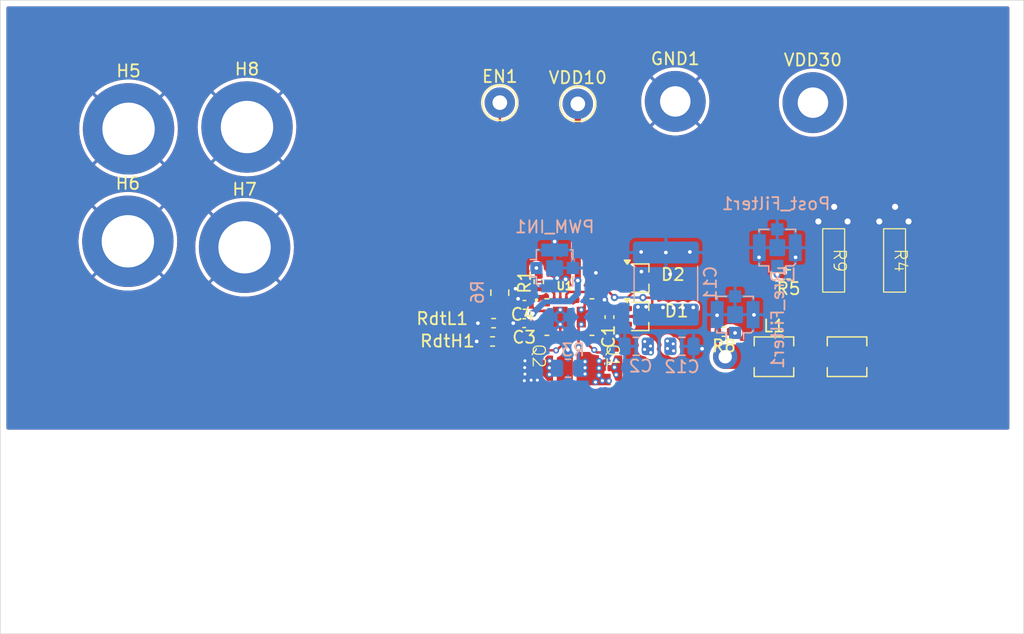
<source format=kicad_pcb>
(kicad_pcb (version 20240108) (generator "pcbnew") (generator_version "8.0")
  (layers (0 "F.Cu" signal) (1 "In1.Cu" power) (2 "In2.Cu" mixed) (31 "B.Cu" power) (34 "B.Paste" user) (35 "F.Paste" user) (36 "B.SilkS" user "B.Silkscreen") (37 "F.SilkS" user "F.Silkscreen") (38 "B.Mask" user) (39 "F.Mask" user) (44 "Edge.Cuts" user))
  (net 0 "")
  (net 1 "GND")
  (net 2 "/Q2D")
  (net 3 "Net-(L1-Pad2)")
  (net 4 "Net-(U1-DLH)")
  (net 5 "Net-(U1-DHL)")
  (net 6 "/BST1")
  (net 7 "/HS1")
  (net 8 "/HB1")
  (net 9 "/VDD30")
  (net 10 "/VCC1")
  (net 11 "/VDD10")
  (net 12 "/EN1")
  (net 13 "/PWM1")
  (net 14 "/LO1")
  (net 15 "/RL1")
  (net 16 "/Pre_Filter1")
  (net 17 "/HO1")
  (net 18 "Net-(U1-PWM{slash}LI)")
  (net 19 "/N1RL")
  (footprint "Resistor_SMD:R_0402_1005Metric" (layer "F.Cu") (at 142.7 38.5 180)
    (property "Reference" "R5" (at 0 -1.17 0) (layer "F.SilkS"))
    (property "Value" "47")
    (fp_line (start -0.153641 0.38) (end 0.153641 0.38) (stroke (width 0.12)) (layer "F.SilkS"))
    (fp_line (start -0.153641 -0.38) (end 0.153641 -0.38) (stroke (width 0.12)) (layer "F.SilkS"))
    (pad "1" smd roundrect (at -0.51 0 180) (size 0.54 0.64) (layers "F.Cu" "F.Paste" "F.Mask") (net 19 "/N1RL"))
    (pad "2" smd roundrect (at 0.51 0 180) (size 0.54 0.64) (layers "F.Cu" "F.Paste" "F.Mask") (net 15 "/RL1"))
  )
  (footprint "TestPoint:TestPoint_THTPad_D2.5mm_Drill1.2mm" (layer "F.Cu") (at 119 24.4)
    (property "Reference" "EN1" (at 0 -2.148 0) (layer "F.SilkS"))
    (property "Value" "MountingHole_Pad")
    (fp_circle (center 0 0) (end 0 1.45) (stroke (width 0.12)) (fill none) (layer "F.SilkS"))
    (pad "1" thru_hole circle (at 0 0) (size 2.5 2.5) (drill 1.2) (layers "*.Cu" "*.Mask") (net 12 "/EN1"))
  )
  (footprint "MountingHole:MountingHole_2.5mm_Pad_TopBottom" (layer "F.Cu") (at 133.4 24.3)
    (property "Reference" "GND1" (at 0 -3.5 0) (layer "F.SilkS"))
    (property "Value" "MountingHole_Pad")
    (pad "1" thru_hole circle (at 0 0) (size 2.9 2.9) (drill 2.5) (layers "*.Cu" "*.Mask") (net 1 "GND"))
    (pad "1" connect circle (at 0 0) (size 5 5) (layers "F.Cu" "F.Mask") (net 1 "GND"))
    (pad "1" connect circle (at 0 0) (size 5 5) (layers "B.Cu" "B.Mask") (net 1 "GND"))
  )
  (footprint "Package_TO_SOT_SMD:SOT-323_SC-70" (layer "F.Cu") (at 130.51 38.8)
    (property "Reference" "D2" (at 2.7 -0.29 0) (layer "F.SilkS"))
    (property "Value" "D_Schottky")
    (fp_line (start -0.68 -1.16) (end 0.73 -1.16) (stroke (width 0.12)) (layer "F.SilkS"))
    (fp_line (start -0.68 1.16) (end 0.73 1.16) (stroke (width 0.12)) (layer "F.SilkS"))
    (fp_line (start 0.73 -1.16) (end 0.73 -0.5) (stroke (width 0.12)) (layer "F.SilkS"))
    (fp_line (start 0.73 0.5) (end 0.73 1.16) (stroke (width 0.12)) (layer "F.SilkS"))
    (fp_poly (pts (xy -1.05 -1.14) (xy -1.29 -1.47) (xy -0.81 -1.47) (xy -1.05 -1.14)) (stroke (width 0.12)) (fill solid) (layer "F.SilkS"))
    (pad "1" smd roundrect (at -1 -0.65 270) (size 0.45 0.7) (layers "F.Cu" "F.Paste" "F.Mask") (net 8 "/HB1"))
    (pad "2" smd roundrect (at -1 0.65 270) (size 0.45 0.7) (layers "F.Cu" "F.Paste" "F.Mask"))
    (pad "3" smd roundrect (at 1 0 270) (size 0.45 0.7) (layers "F.Cu" "F.Paste" "F.Mask") (net 6 "/BST1"))
  )
  (footprint "Resistor_SMD:R_0402_1005Metric" (layer "F.Cu") (at 137.4 43.2 180)
    (property "Reference" "R8" (at 0 -1.17 0) (layer "F.SilkS"))
    (property "Value" "47")
    (fp_line (start -0.153641 0.38) (end 0.153641 0.38) (stroke (width 0.12)) (layer "F.SilkS"))
    (fp_line (start -0.153641 -0.38) (end 0.153641 -0.38) (stroke (width 0.12)) (layer "F.SilkS"))
    (pad "1" smd roundrect (at -0.51 0 180) (size 0.54 0.64) (layers "F.Cu" "F.Paste" "F.Mask") (net 16 "/Pre_Filter1"))
    (pad "2" smd roundrect (at 0.51 0 180) (size 0.54 0.64) (layers "F.Cu" "F.Paste" "F.Mask") (net 7 "/HS1"))
  )
  (footprint "MountingHole:MountingHole_4.3mm_M4_DIN965_Pad_TopBottom" (layer "F.Cu") (at 88.525 26.55)
    (property "Reference" "H5" (at 0 -4.75 0) (layer "F.SilkS"))
    (property "Value" "MountingHole_Pad")
    (pad "1" thru_hole circle (at 0 0) (size 4.7 4.7) (drill 4.3) (layers "*.Cu" "*.Mask") (net 1 "GND"))
    (pad "1" connect circle (at 0 0) (size 7.5 7.5) (layers "F.Cu" "F.Mask") (net 1 "GND"))
    (pad "1" connect circle (at 0 0) (size 7.5 7.5) (layers "B.Cu" "B.Mask") (net 1 "GND"))
  )
  (footprint "Resistor_SMD:R_0805_2012Metric" (layer "F.Cu") (at 119 40 -90)
    (property "Reference" "R6" (at -0.04 1.83 90) (layer "B.SilkS") (effects (justify mirror)))
    (property "Value" "0")
    (fp_line (start -0.227064 0.735) (end 0.227064 0.735) (stroke (width 0.12)) (layer "F.SilkS"))
    (fp_line (start -0.227064 -0.735) (end 0.227064 -0.735) (stroke (width 0.12)) (layer "F.SilkS"))
    (pad "1" smd roundrect (at -0.9125 0 270) (size 1.025 1.4) (layers "F.Cu" "F.Paste" "F.Mask") (roundrect_rratio 0.243902) (net 12 "/EN1"))
    (pad "2" smd roundrect (at 0.9125 0 270) (size 1.025 1.4) (layers "F.Cu" "F.Paste" "F.Mask") (roundrect_rratio 0.243902) (net 10 "/VCC1"))
  )
  (footprint "Resistor_SMD:R_0402_1005Metric" (layer "F.Cu") (at 118.4025 44)
    (property "Reference" "RdtH1" (at -3.7025 -0.03 0) (layer "F.SilkS"))
    (property "Value" "1.8M")
    (fp_line (start -0.153641 -0.38) (end 0.153641 -0.38) (stroke (width 0.12)) (layer "F.SilkS"))
    (fp_line (start -0.153641 0.38) (end 0.153641 0.38) (stroke (width 0.12)) (layer "F.SilkS"))
    (pad "1" smd roundrect (at -0.51 0) (size 0.54 0.64) (layers "F.Cu" "F.Paste" "F.Mask") (net 1 "GND"))
    (pad "2" smd roundrect (at 0.51 0) (size 0.54 0.64) (layers "F.Cu" "F.Paste" "F.Mask") (net 4 "Net-(U1-DLH)"))
  )
  (footprint "MyResistors:RWS5" (layer "F.Cu") (at 146.4 37.35 -90)
    (property "Reference" "R9" (at 0 -0.5 -90) (layer "F.SilkS") (effects (font (thickness 0.1))))
    (property "Value" "470")
    (fp_rect (start -2.6 -0.9) (end 2.6 0.9) (stroke (width 0.1)) (fill none) (layer "F.SilkS"))
    (pad "1" smd roundrect (at -3.24 0 270) (size 1.98 2.16) (layers "F.Cu" "F.Mask") (roundrect_rratio 0.0404040404) (net 1 "GND"))
    (pad "2" smd roundrect (at 3.24 0 270) (size 1.98 2.16) (layers "F.Cu" "F.Mask") (roundrect_rratio 0.0404040404) (net 19 "/N1RL"))
  )
  (footprint "Inductor_SMD:L_Vishay_IHLP-1212" (layer "F.Cu") (at 141.5 45.255)
    (property "Reference" "L1" (at 0 -2.524 0) (layer "F.SilkS"))
    (property "Value" "L")
    (fp_line (start -1.624 -1.624) (end 1.624 -1.624) (stroke (width 0.12)) (layer "F.SilkS"))
    (fp_line (start -1.624 -0.9) (end -1.624 -1.624) (stroke (width 0.12)) (layer "F.SilkS"))
    (fp_line (start -1.624 0.9) (end -1.624 1.624) (stroke (width 0.12)) (layer "F.SilkS"))
    (fp_line (start -1.624 1.624) (end 1.624 1.624) (stroke (width 0.12)) (layer "F.SilkS"))
    (fp_line (start 1.624 -1.624) (end 1.624 -0.9) (stroke (width 0.12)) (layer "F.SilkS"))
    (fp_line (start 1.624 1.624) (end 1.624 0.9) (stroke (width 0.12)) (layer "F.SilkS"))
    (pad "1" smd rect (at -1.35 0) (size 1.5 1.2) (layers "F.Cu" "F.Paste" "F.Mask") (net 7 "/HS1"))
    (pad "2" smd rect (at 1.35 0) (size 1.5 1.2) (layers "F.Cu" "F.Paste" "F.Mask") (net 3 "Net-(L1-Pad2)"))
  )
  (footprint "MyResistors:EPC8009" (layer "F.Cu") (at 127.77 45.19 -90)
    (property "Reference" "Q1" (at 0 -0.5 -90) (layer "F.SilkS") (effects (font (thickness 0.1))))
    (property "Value" "Q_NMOS_GSD")
    (pad "1" smd oval (at 0 0 270) (size 0.265 0.645) (layers "F.Cu" "F.Mask") (net 17 "/HO1"))
    (pad "2" smd oval (at 0.4 0 270) (size 0.265 0.645) (layers "F.Cu" "F.Mask") (net 7 "/HS1"))
    (pad "3" smd oval (at 1 0.19) (size 0.255 0.52) (layers "F.Cu" "F.Mask") (net 7 "/HS1"))
    (pad "4" smd oval (at 1 -0.19) (size 0.255 0.52) (layers "F.Cu" "F.Mask") (net 9 "/VDD30"))
    (pad "5" smd oval (at 1.6 0.19 270) (size 0.265 0.265) (layers "F.Cu" "F.Mask") (net 7 "/HS1"))
    (pad "6" smd oval (at 1.6 -0.19 270) (size 0.265 0.265) (layers "F.Cu" "F.Mask") (net 7 "/HS1"))
  )
  (footprint "Inductor_SMD:L_Vishay_IHLP-1212" (layer "F.Cu") (at 147.5 45.255)
    (property "Reference" "L5" (at -5.025 -6.724 0) (layer "B.SilkS") (effects (justify mirror)))
    (property "Value" "L")
    (fp_line (start -1.624 -1.624) (end 1.624 -1.624) (stroke (width 0.12)) (layer "F.SilkS"))
    (fp_line (start -1.624 -0.9) (end -1.624 -1.624) (stroke (width 0.12)) (layer "F.SilkS"))
    (fp_line (start -1.624 0.9) (end -1.624 1.624) (stroke (width 0.12)) (layer "F.SilkS"))
    (fp_line (start -1.624 1.624) (end 1.624 1.624) (stroke (width 0.12)) (layer "F.SilkS"))
    (fp_line (start 1.624 -1.624) (end 1.624 -0.9) (stroke (width 0.12)) (layer "F.SilkS"))
    (fp_line (start 1.624 1.624) (end 1.624 0.9) (stroke (width 0.12)) (layer "F.SilkS"))
    (pad "1" smd rect (at -1.35 0) (size 1.5 1.2) (layers "F.Cu" "F.Paste" "F.Mask") (net 3 "Net-(L1-Pad2)"))
    (pad "2" smd rect (at 1.35 0) (size 1.5 1.2) (layers "F.Cu" "F.Paste" "F.Mask") (net 19 "/N1RL"))
  )
  (footprint "MyResistors:RWS5" (layer "F.Cu") (at 151.4 37.35 -90)
    (property "Reference" "R4" (at 0 -0.5 -90) (layer "F.SilkS") (effects (font (thickness 0.1))))
    (property "Value" "470")
    (fp_rect (start -2.6 -0.9) (end 2.6 0.9) (stroke (width 0.1)) (fill none) (layer "F.SilkS"))
    (pad "1" smd roundrect (at -3.24 0 270) (size 1.98 2.16) (layers "F.Cu" "F.Mask") (roundrect_rratio 0.0404040404) (net 1 "GND"))
    (pad "2" smd roundrect (at 3.24 0 270) (size 1.98 2.16) (layers "F.Cu" "F.Mask") (roundrect_rratio 0.0404040404) (net 19 "/N1RL"))
  )
  (footprint "Capacitor_SMD:C_0402_1005Metric" (layer "F.Cu") (at 121 42.5 180)
    (property "Reference" "C3" (at 0 -1.16 180) (layer "F.SilkS"))
    (property "Value" "4.7u")
    (fp_line (start -0.107836 0.36) (end 0.107836 0.36) (stroke (width 0.12)) (layer "F.SilkS"))
    (fp_line (start -0.107836 -0.36) (end 0.107836 -0.36) (stroke (width 0.12)) (layer "F.SilkS"))
    (pad "1" smd roundrect (at -0.48 0 180) (size 0.56 0.62) (layers "F.Cu" "F.Paste" "F.Mask") (net 10 "/VCC1"))
    (pad "2" smd roundrect (at 0.48 0 180) (size 0.56 0.62) (layers "F.Cu" "F.Paste" "F.Mask") (net 1 "GND"))
  )
  (footprint "MountingHole:MountingHole_2.5mm_Pad_TopBottom" (layer "F.Cu") (at 144.7 24.4)
    (property "Reference" "VDD30" (at 0 -3.5 0) (layer "F.SilkS"))
    (property "Value" "MountingHole_Pad")
    (pad "1" thru_hole circle (at 0 0) (size 2.9 2.9) (drill 2.5) (layers "*.Cu" "*.Mask") (net 9 "/VDD30"))
    (pad "1" connect circle (at 0 0) (size 5 5) (layers "F.Cu" "F.Mask") (net 9 "/VDD30"))
    (pad "1" connect circle (at 0 0) (size 5 5) (layers "B.Cu" "B.Mask") (net 9 "/VDD30"))
  )
  (footprint "Capacitor_SMD:C_0402_1005Metric" (layer "F.Cu") (at 128 42 90)
    (property "Reference" "C1" (at -1.6 -0.08 90) (layer "F.SilkS"))
    (property "Value" "1u")
    (fp_line (start -0.107836 -0.36) (end 0.107836 -0.36) (stroke (width 0.12)) (layer "F.SilkS"))
    (fp_line (start -0.107836 0.36) (end 0.107836 0.36) (stroke (width 0.12)) (layer "F.SilkS"))
    (pad "1" smd roundrect (at -0.48 0 90) (size 0.56 0.62) (layers "F.Cu" "F.Paste" "F.Mask") (net 8 "/HB1"))
    (pad "2" smd roundrect (at 0.48 0 90) (size 0.56 0.62) (layers "F.Cu" "F.Paste" "F.Mask") (net 7 "/HS1"))
  )
  (footprint "MountingHole:MountingHole_4.3mm_M4_DIN965_Pad_TopBottom" (layer "F.Cu") (at 88.47 35.78)
    (property "Reference" "H6" (at 0 -4.75 0) (layer "F.SilkS"))
    (property "Value" "MountingHole_Pad")
    (pad "1" thru_hole circle (at 0 0) (size 4.7 4.7) (drill 4.3) (layers "*.Cu" "*.Mask") (net 1 "GND"))
    (pad "1" connect circle (at 0 0) (size 7.5 7.5) (layers "F.Cu" "F.Mask") (net 1 "GND"))
    (pad "1" connect circle (at 0 0) (size 7.5 7.5) (layers "B.Cu" "B.Mask") (net 1 "GND"))
  )
  (footprint "MountingHole:MountingHole_4.3mm_M4_DIN965_Pad_TopBottom" (layer "F.Cu") (at 98.25 26.4)
    (property "Reference" "H8" (at 0 -4.75 0) (layer "F.SilkS"))
    (property "Value" "MountingHole_Pad")
    (pad "1" thru_hole circle (at 0 0) (size 4.7 4.7) (drill 4.3) (layers "*.Cu" "*.Mask") (net 1 "GND"))
    (pad "1" connect circle (at 0 0) (size 7.5 7.5) (layers "F.Cu" "F.Mask") (net 1 "GND"))
    (pad "1" connect circle (at 0 0) (size 7.5 7.5) (layers "B.Cu" "B.Mask") (net 1 "GND"))
  )
  (footprint "Resistor_SMD:R_0402_1005Metric" (layer "F.Cu") (at 118.49 42.5)
    (property "Reference" "RdtL1" (at -4.22 -0.37 0) (layer "F.SilkS"))
    (property "Value" "1.8M")
    (fp_line (start -0.153641 -0.38) (end 0.153641 -0.38) (stroke (width 0.12)) (layer "F.SilkS"))
    (fp_line (start -0.153641 0.38) (end 0.153641 0.38) (stroke (width 0.12)) (layer "F.SilkS"))
    (pad "1" smd roundrect (at -0.51 0) (size 0.54 0.64) (layers "F.Cu" "F.Paste" "F.Mask") (net 1 "GND"))
    (pad "2" smd roundrect (at 0.51 0) (size 0.54 0.64) (layers "F.Cu" "F.Paste" "F.Mask") (net 5 "Net-(U1-DHL)"))
  )
  (footprint "MyResistors:EPC8009" (layer "F.Cu") (at 121.7 45.19 -90)
    (property "Reference" "Q2" (at 0 -0.5 -90) (layer "F.SilkS") (effects (font (thickness 0.1))))
    (property "Value" "Q_NMOS_GSD")
    (pad "1" smd oval (at 0 0 270) (size 0.265 0.645) (layers "F.Cu" "F.Mask") (net 14 "/LO1"))
    (pad "2" smd oval (at 0.4 0 270) (size 0.265 0.645) (layers "F.Cu" "F.Mask") (net 1 "GND"))
    (pad "3" smd oval (at 1 0.19) (size 0.255 0.52) (layers "F.Cu" "F.Mask") (net 1 "GND"))
    (pad "4" smd oval (at 1 -0.19) (size 0.255 0.52) (layers "F.Cu" "F.Mask") (net 2 "/Q2D"))
    (pad "5" smd oval (at 1.6 0.19 270) (size 0.265 0.265) (layers "F.Cu" "F.Mask") (net 1 "GND"))
    (pad "6" smd oval (at 1.6 -0.19 270) (size 0.265 0.265) (layers "F.Cu" "F.Mask") (net 1 "GND"))
  )
  (footprint "Capacitor_SMD:C_0402_1005Metric" (layer "F.Cu") (at 121.02 41)
    (property "Reference" "C4" (at -0.15 0.78 0) (layer "F.SilkS"))
    (property "Value" "1u")
    (fp_line (start -0.107836 -0.36) (end 0.107836 -0.36) (stroke (width 0.12)) (layer "F.SilkS"))
    (fp_line (start -0.107836 0.36) (end 0.107836 0.36) (stroke (width 0.12)) (layer "F.SilkS"))
    (pad "1" smd roundrect (at -0.48 0) (size 0.56 0.62) (layers "F.Cu" "F.Paste" "F.Mask") (net 1 "GND"))
    (pad "2" smd roundrect (at 0.48 0) (size 0.56 0.62) (layers "F.Cu" "F.Paste" "F.Mask") (net 11 "/VDD10"))
  )
  (footprint "Resistor_SMD:R_0402_1005Metric" (layer "F.Cu") (at 122.2 39.1 90)
    (property "Reference" "R1" (at 0 -1.17 90) (layer "F.SilkS"))
    (property "Value" "47")
    (fp_line (start -0.153641 -0.38) (end 0.153641 -0.38) (stroke (width 0.12)) (layer "F.SilkS"))
    (fp_line (start -0.153641 0.38) (end 0.153641 0.38) (stroke (width 0.12)) (layer "F.SilkS"))
    (pad "1" smd roundrect (at -0.51 0 90) (size 0.54 0.64) (layers "F.Cu" "F.Paste" "F.Mask") (net 18 "Net-(U1-PWM{slash}LI)"))
    (pad "2" smd roundrect (at 0.51 0 90) (size 0.54 0.64) (layers "F.Cu" "F.Paste" "F.Mask") (net 13 "/PWM1"))
  )
  (footprint "Drivers:IC_LMG1210RVRR" (layer "F.Cu") (at 124.7125 42)
    (property "Reference" "U1" (at -0.4025 -2.55 0) (layer "F.SilkS") (effects (font (size 0.64 0.64))))
    (property "Value" "LMG1210RVRR")
    (fp_line (start -2 1.5) (end -1.7 1.5) (stroke (width 0.127)) (layer "F.SilkS"))
    (fp_line (start -1.7 -1.5) (end -2 -1.5) (stroke (width 0.127)) (layer "F.SilkS"))
    (fp_line (start 1.7 1.5) (end 2 1.5) (stroke (width 0.127)) (layer "F.SilkS"))
    (fp_line (start 2 -1.5) (end 1.7 -1.5) (stroke (width 0.127)) (layer "F.SilkS"))
    (fp_circle (center -2.7 -1.4) (end -2.625 -1.4) (stroke (width 0.15)) (fill none) (layer "F.SilkS"))
    (pad "1" smd roundrect (at -1.9 -1) (size 0.6 0.25) (layers "F.Cu"))
    (pad "2" smd roundrect (at -1.9 -0.5) (size 0.6 0.25) (layers "F.Cu") (net 11 "/VDD10"))
    (pad "3" smd roundrect (at -1.9 0) (size 0.6 0.25) (layers "F.Cu") (net 1 "GND"))
    (pad "4" smd roundrect (at -1.9 0.5) (size 0.6 0.25) (layers "F.Cu") (net 10 "/VCC1"))
    (pad "5" smd roundrect (at -1.9 1) (size 0.6 0.25) (layers "F.Cu") (net 5 "Net-(U1-DHL)"))
    (pad "6" smd roundrect (at -1.25 1.4) (size 0.25 0.6) (layers "F.Cu") (net 4 "Net-(U1-DLH)"))
    (pad "7" smd roundrect (at -0.75 1.4) (size 0.25 0.6) (layers "F.Cu") (net 1 "GND"))
    (pad "8" smd roundrect (at -0.25 1.4) (size 0.25 0.6) (layers "F.Cu") (net 14 "/LO1"))
    (pad "9" smd roundrect (at 0.75 1.4) (size 0.25 0.6) (layers "F.Cu") (net 7 "/HS1"))
    (pad "10" smd roundrect (at 1.25 1.4) (size 0.25 0.6) (layers "F.Cu") (net 17 "/HO1"))
    (pad "11" smd roundrect (at 1.9 1) (size 0.6 0.25) (layers "F.Cu"))
    (pad "12" smd roundrect (at 1.9 0.5) (size 0.6 0.25) (layers "F.Cu") (net 8 "/HB1"))
    (pad "13" smd roundrect (at 1.9 0) (size 0.6 0.25) (layers "F.Cu") (net 7 "/HS1"))
    (pad "14" smd roundrect (at 1.9 -0.5) (size 0.6 0.25) (layers "F.Cu") (net 7 "/HS1"))
    (pad "15" smd roundrect (at 1.9 -1) (size 0.6 0.25) (layers "F.Cu"))
    (pad "16" smd roundrect (at 1.25 -1.4) (size 0.25 0.6) (layers "F.Cu") (net 7 "/HS1"))
    (pad "17" smd roundrect (at -0.25 -1.4) (size 0.25 0.6) (layers "F.Cu") (net 6 "/BST1"))
    (pad "18" smd roundrect (at -0.75 -1.4) (size 0.25 0.6) (layers "F.Cu") (net 12 "/EN1"))
    (pad "19" smd roundrect (at -1.25 -1.4) (size 0.25 0.6) (layers "F.Cu") (net 18 "Net-(U1-PWM{slash}LI)"))
    (pad "20" smd roundrect (at -0.75 0) (size 1.2 1.7) (layers "F.Cu") (roundrect_rratio 0.025) (net 1 "GND"))
    (pad "20_1" thru_hole circle (at -0.75 -0.6) (size 0.5 0.5) (drill 0.25) (layers "*.Cu") (net 1 "GND"))
    (pad "20_2" thru_hole circle (at -0.75 0.6) (size 0.5 0.5) (drill 0.25) (layers "*.Cu") (net 1 "GND"))
    (pad "21" smd roundrect (at 0.975 0) (size 0.75 1.7) (layers "F.Cu") (roundrect_rratio 0.025) (net 7 "/HS1"))
    (pad "21_1" thru_hole circle (at 0.975 -0.6) (size 0.5 0.5) (drill 0.25) (layers "*.Cu") (net 7 "/HS1"))
    (pad "21_2" thru_hole circle (at 0.975 0.6) (size 0.5 0.5) (drill 0.25) (layers "*.Cu") (net 7 "/HS1"))
  )
  (footprint "Package_TO_SOT_SMD:SOT-323_SC-70" (layer "F.Cu") (at 130.5 41.95)
    (property "Reference" "D1" (at 3.01 -0.44 0) (layer "F.SilkS"))
    (property "Value" "D_Schottky")
    (fp_line (start -0.68 -1.16) (end 0.73 -1.16) (stroke (width 0.12)) (layer "F.SilkS"))
    (fp_line (start -0.68 1.16) (end 0.73 1.16) (stroke (width 0.12)) (layer "F.SilkS"))
    (fp_line (start 0.73 -1.16) (end 0.73 -0.5) (stroke (width 0.12)) (layer "F.SilkS"))
    (fp_line (start 0.73 0.5) (end 0.73 1.16) (stroke (width 0.12)) (layer "F.SilkS"))
    (fp_poly (pts (xy -1.05 -1.14) (xy -1.29 -1.47) (xy -0.81 -1.47) (xy -1.05 -1.14)) (stroke (width 0.12)) (fill solid) (layer "F.SilkS"))
    (pad "1" smd roundrect (at -1 -0.65 270) (size 0.45 0.7) (layers "F.Cu" "F.Paste" "F.Mask") (net 8 "/HB1"))
    (pad "2" smd roundrect (at -1 0.65 270) (size 0.45 0.7) (layers "F.Cu" "F.Paste" "F.Mask"))
    (pad "3" smd roundrect (at 1 0 270) (size 0.45 0.7) (layers "F.Cu" "F.Paste" "F.Mask") (net 6 "/BST1"))
  )
  (footprint "MountingHole:MountingHole_4.3mm_M4_DIN965_Pad_TopBottom" (layer "F.Cu") (at 98.05 36.27)
    (property "Reference" "H7" (at 0 -4.75 0) (layer "F.SilkS"))
    (property "Value" "MountingHole_Pad")
    (pad "1" thru_hole circle (at 0 0) (size 4.7 4.7) (drill 4.3) (layers "*.Cu" "*.Mask") (net 1 "GND"))
    (pad "1" connect circle (at 0 0) (size 7.5 7.5) (layers "F.Cu" "F.Mask") (net 1 "GND"))
    (pad "1" connect circle (at 0 0) (size 7.5 7.5) (layers "B.Cu" "B.Mask") (net 1 "GND"))
  )
  (footprint "TestPoint:TestPoint_THTPad_D2.5mm_Drill1.2mm" (layer "F.Cu") (at 125.4 24.5)
    (property "Reference" "VDD10" (at 0 -2.148 0) (layer "F.SilkS"))
    (property "Value" "MountingHole_Pad")
    (fp_circle (center 0 0) (end 0 1.45) (stroke (width 0.12)) (fill none) (layer "F.SilkS"))
    (pad "1" thru_hole circle (at 0 0) (size 2.5 2.5) (drill 1.2) (layers "*.Cu" "*.Mask") (net 11 "/VDD10"))
  )
  (footprint "Connector_Coaxial:U.FL_Molex_MCRF_73412-0110_Vertical" (layer "B.Cu") (at 123.5 37.975 90)
    (property "Reference" "PWM_IN1" (at 3.375 0 180) (layer "B.SilkS") (effects (justify mirror)))
    (property "Value" "Conn_Coaxial")
    (fp_line (start 0.7 -2) (end 0.7 -1.5) (stroke (width 0.12)) (layer "B.SilkS"))
    (fp_line (start -0.7 -2) (end -0.7 -1.5) (stroke (width 0.12)) (layer "B.SilkS"))
    (fp_line (start 1.5 -1.5) (end 1.5 -1.3) (stroke (width 0.12)) (layer "B.SilkS"))
    (fp_line (start 0.7 -1.5) (end 1.5 -1.5) (stroke (width 0.12)) (layer "B.SilkS"))
    (fp_line (start -1.3 -1.5) (end -0.7 -1.5) (stroke (width 0.12)) (layer "B.SilkS"))
    (fp_line (start -1.5 -1.3) (end -1.3 -1.5) (stroke (width 0.12)) (layer "B.SilkS"))
    (fp_line (start 1.5 1.3) (end 1.5 1.5) (stroke (width 0.12)) (layer "B.SilkS"))
    (fp_line (start 1.5 1.5) (end 0.7 1.5) (stroke (width 0.12)) (layer "B.SilkS"))
    (fp_line (start -0.7 1.5) (end -1.5 1.5) (stroke (width 0.12)) (layer "B.SilkS"))
    (fp_line (start -1.5 1.5) (end -1.5 1.3) (stroke (width 0.12)) (layer "B.SilkS"))
    (pad "1" smd rect (at 0 -1.5 90) (size 1 1) (layers "B.Cu" "B.Paste" "B.Mask") (net 13 "/PWM1"))
    (pad "2" smd rect (at -1.475 0 90) (size 1.05 2.2) (layers "B.Cu" "B.Paste" "B.Mask") (net 1 "GND"))
    (pad "2" smd rect (at 0 1.5 90) (size 1 1) (layers "B.Cu" "B.Paste" "B.Mask") (net 1 "GND"))
    (pad "2" smd rect (at 1.475 0 90) (size 1.05 2.2) (layers "B.Cu" "B.Paste" "B.Mask") (net 1 "GND"))
  )
  (footprint "Connector_Coaxial:U.FL_Molex_MCRF_73412-0110_Vertical" (layer "B.Cu") (at 141.775 36.3 180)
    (property "Reference" "Post_Filter1" (at 0.1 3.6 0) (layer "B.SilkS") (effects (justify mirror)))
    (property "Value" "Conn_Coaxial")
    (fp_line (start 1.5 1.5) (end 0.7 1.5) (stroke (width 0.12)) (layer "B.SilkS"))
    (fp_line (start 1.5 1.3) (end 1.5 1.5) (stroke (width 0.12)) (layer "B.SilkS"))
    (fp_line (start 1.5 -1.5) (end 1.5 -1.3) (stroke (width 0.12)) (layer "B.SilkS"))
    (fp_line (start 0.7 -1.5) (end 1.5 -1.5) (stroke (width 0.12)) (layer "B.SilkS"))
    (fp_line (start 0.7 -2) (end 0.7 -1.5) (stroke (width 0.12)) (layer "B.SilkS"))
    (fp_line (start -0.7 1.5) (end -1.5 1.5) (stroke (width 0.12)) (layer "B.SilkS"))
    (fp_line (start -0.7 -2) (end -0.7 -1.5) (stroke (width 0.12)) (layer "B.SilkS"))
    (fp_line (start -1.3 -1.5) (end -0.7 -1.5) (stroke (width 0.12)) (layer "B.SilkS"))
    (fp_line (start -1.5 1.5) (end -1.5 1.3) (stroke (width 0.12)) (layer "B.SilkS"))
    (fp_line (start -1.5 -1.3) (end -1.3 -1.5) (stroke (width 0.12)) (layer "B.SilkS"))
    (pad "1" smd rect (at 0 -1.5 180) (size 1 1) (layers "B.Cu" "B.Paste" "B.Mask") (net 15 "/RL1"))
    (pad "2" smd rect (at -1.475 0 180) (size 1.05 2.2) (layers "B.Cu" "B.Paste" "B.Mask") (net 1 "GND"))
    (pad "2" smd rect (at 0 1.5 180) (size 1 1) (layers "B.Cu" "B.Paste" "B.Mask") (net 1 "GND"))
    (pad "2" smd rect (at 1.475 0 180) (size 1.05 2.2) (layers "B.Cu" "B.Paste" "B.Mask") (net 1 "GND"))
  )
  (footprint "Capacitor_SMD:C_0805_2012Metric" (layer "B.Cu") (at 130.2 44.4 180)
    (property "Reference" "C2" (at -0.358 -1.622 0) (layer "B.SilkS") (effects (justify mirror)))
    (property "Value" "1u")
    (fp_line (start 0.261252 0.735) (end -0.261252 0.735) (stroke (width 0.12)) (layer "B.SilkS"))
    (fp_line (start 0.261252 -0.735) (end -0.261252 -0.735) (stroke (width 0.12)) (layer "B.SilkS"))
    (pad "1" smd roundrect (at -0.95 0 180) (size 1 1.45) (layers "B.Cu" "B.Paste" "B.Mask") (net 9 "/VDD30"))
    (pad "2" smd roundrect (at 0.95 0 180) (size 1 1.45) (layers "B.Cu" "B.Paste" "B.Mask") (net 1 "GND"))
  )
  (footprint "Resistor_SMD:R_0805_2012Metric" (layer "B.Cu") (at 124.6 46.2)
    (property "Reference" "R3" (at 0.4125 -1.5 0) (layer "B.SilkS") (effects (justify mirror)))
    (property "Value" "0")
    (fp_line (start 0.227064 -0.735) (end -0.227064 -0.735) (stroke (width 0.12)) (layer "B.SilkS"))
    (fp_line (start 0.227064 0.735) (end -0.227064 0.735) (stroke (width 0.12)) (layer "B.SilkS"))
    (pad "1" smd roundrect (at -0.9125 0) (size 1.025 1.4) (layers "B.Cu" "B.Paste" "B.Mask") (roundrect_rratio 0.243902) (net 2 "/Q2D"))
    (pad "2" smd roundrect (at 0.9125 0) (size 1.025 1.4) (layers "B.Cu" "B.Paste" "B.Mask") (roundrect_rratio 0.243902) (net 7 "/HS1"))
  )
  (footprint "Capacitor_SMD:C_2220_5750Metric" (layer "B.Cu") (at 132.63 39.25 90)
    (property "Reference" "C11" (at 0 3.65 90) (layer "B.SilkS") (effects (justify mirror)))
    (property "Value" "22u")
    (fp_line (start 1.415748 -2.61) (end -1.415748 -2.61) (stroke (width 0.12)) (layer "B.SilkS"))
    (fp_line (start 1.415748 2.61) (end -1.415748 2.61) (stroke (width 0.12)) (layer "B.SilkS"))
    (pad "1" smd roundrect (at -2.55 0 90) (size 1.8 5.4) (layers "B.Cu" "B.Paste" "B.Mask") (roundrect_rratio 0.138889) (net 9 "/VDD30"))
    (pad "2" smd roundrect (at 2.55 0 90) (size 1.8 5.4) (layers "B.Cu" "B.Paste" "B.Mask") (roundrect_rratio 0.138889) (net 1 "GND"))
  )
  (footprint "Connector_Coaxial:U.FL_Molex_MCRF_73412-0110_Vertical" (layer "B.Cu") (at 138.31 41.8 180)
    (property "Reference" "Pre_Filter1" (at -3.5 -0.4 90) (layer "B.SilkS") (effects (justify mirror)))
    (property "Value" "Conn_Coaxial")
    (fp_line (start 1.5 1.5) (end 0.7 1.5) (stroke (width 0.12)) (layer "B.SilkS"))
    (fp_line (start 1.5 1.3) (end 1.5 1.5) (stroke (width 0.12)) (layer "B.SilkS"))
    (fp_line (start 1.5 -1.5) (end 1.5 -1.3) (stroke (width 0.12)) (layer "B.SilkS"))
    (fp_line (start 0.7 -1.5) (end 1.5 -1.5) (stroke (width 0.12)) (layer "B.SilkS"))
    (fp_line (start 0.7 -2) (end 0.7 -1.5) (stroke (width 0.12)) (layer "B.SilkS"))
    (fp_line (start -0.7 1.5) (end -1.5 1.5) (stroke (width 0.12)) (layer "B.SilkS"))
    (fp_line (start -0.7 -2) (end -0.7 -1.5) (stroke (width 0.12)) (layer "B.SilkS"))
    (fp_line (start -1.3 -1.5) (end -0.7 -1.5) (stroke (width 0.12)) (layer "B.SilkS"))
    (fp_line (start -1.5 1.5) (end -1.5 1.3) (stroke (width 0.12)) (layer "B.SilkS"))
    (fp_line (start -1.5 -1.3) (end -1.3 -1.5) (stroke (width 0.12)) (layer "B.SilkS"))
    (pad "1" smd rect (at 0 -1.5 180) (size 1 1) (layers "B.Cu" "B.Paste" "B.Mask") (net 16 "/Pre_Filter1"))
    (pad "2" smd rect (at -1.475 0 180) (size 1.05 2.2) (layers "B.Cu" "B.Paste" "B.Mask") (net 1 "GND"))
    (pad "2" smd rect (at 0 1.5 180) (size 1 1) (layers "B.Cu" "B.Paste" "B.Mask") (net 1 "GND"))
    (pad "2" smd rect (at 1.475 0 180) (size 1.05 2.2) (layers "B.Cu" "B.Paste" "B.Mask") (net 1 "GND"))
  )
  (footprint "Capacitor_SMD:C_0805_2012Metric" (layer "B.Cu") (at 133.95 44.4)
    (property "Reference" "C12" (at 0 1.68 0) (layer "B.SilkS") (effects (justify mirror)))
    (property "Value" "10n")
    (fp_line (start 0.261252 -0.735) (end -0.261252 -0.735) (stroke (width 0.12)) (layer "B.SilkS"))
    (fp_line (start 0.261252 0.735) (end -0.261252 0.735) (stroke (width 0.12)) (layer "B.SilkS"))
    (pad "1" smd roundrect (at -0.95 0) (size 1 1.45) (layers "B.Cu" "B.Paste" "B.Mask") (net 9 "/VDD30"))
    (pad "2" smd roundrect (at 0.95 0) (size 1 1.45) (layers "B.Cu" "B.Paste" "B.Mask") (net 1 "GND"))
  )
  (gr_rect (start 78 16) (end 162 68) (stroke (width 0.05)) (fill none) (layer "Edge.Cuts"))
  (segment (start 120.54 40.54) (end 120.5 40.5) (width 0.2) (layer "F.Cu") (net 1))
  (segment (start 143.25 37.1) (end 143.275 37.1) (width 0.2) (layer "F.Cu") (net 1))
  (segment (start 120.1 42.5) (end 120.52 42.5) (width 0.2) (layer "F.Cu") (net 1))
  (segment (start 120.54 41) (end 120.54 40.54) (width 0.2) (layer "F.Cu") (net 1))
  (segment (start 123.9625 43.4) (end 123.9625 42.6) (width 0.2) (layer "F.Cu") (net 1))
  (segment (start 140.3 37.1) (end 140.275 37.1) (width 0.2) (layer "F.Cu") (net 1))
  (segment (start 122.8125 42) (end 123.9625 42) (width 0.2) (layer "F.Cu") (net 1))
  (segment (start 117.98 42.5) (end 117.2 42.5) (width 0.2) (layer "F.Cu") (net 1))
  (segment (start 117.8925 44) (end 117.1 44) (width 0.2) (layer "F.Cu") (net 1))
  (via (at 140.275 37.1) (size 0.6) (drill 0.3) (layers "F.Cu" "B.Cu") (net 1))
  (via (at 132.63 36.7) (size 0.6) (drill 0.3) (layers "F.Cu" "B.Cu") (net 1))
  (via (at 121.06 45.59) (size 0.5) (drill 0.25) (layers "F.Cu" "B.Cu") (net 1))
  (via (at 121.06 46.68) (size 0.5) (drill 0.25) (layers "F.Cu" "B.Cu") (net 1))
  (via (at 120.5 40.5) (size 0.6) (drill 0.3) (layers "F.Cu" "B.Cu") (net 1))
  (via (at 126.882804 38.372438) (size 0.6) (drill 0.3) (layers "F.Cu" "B.Cu") (net 1))
  (via (at 143.275 37.1) (size 0.6) (drill 0.3) (layers "F.Cu" "B.Cu") (net 1))
  (via (at 130.62 38.27) (size 0.6) (drill 0.3) (layers "F.Cu" "B.Cu") (net 1))
  (via (at 123.7 38.8) (size 0.6) (drill 0.3) (layers "F.Cu" "B.Cu") (net 1))
  (via (at 121.01 47.22) (size 0.5) (drill 0.25) (layers "F.Cu" "B.Cu") (net 1))
  (via (at 146.445 32.95) (size 1) (drill 0.5) (layers "F.Cu" "B.Cu") (net 1))
  (via (at 132.97 38.49) (size 0.6) (drill 0.3) (layers "F.Cu" "B.Cu") (net 1))
  (via (at 117.2 42.5) (size 0.6) (drill 0.3) (layers "F.Cu" "B.Cu") (net 1))
  (via (at 139.86 41.82) (size 0.6) (drill 0.3) (layers "F.Cu" "B.Cu") (net 1))
  (via (at 121.04 46.15) (size 0.5) (drill 0.25) (layers "F.Cu" "B.Cu") (net 1))
  (via (at 147.545 34.15) (size 1) (drill 0.5) (layers "F.Cu" "B.Cu") (net 1))
  (via (at 123.5 35.8) (size 0.6) (drill 0.3) (layers "F.Cu" "B.Cu") (net 1))
  (via (at 121.57 47.18) (size 0.5) (drill 0.25) (layers "F.Cu" "B.Cu") (net 1))
  (via (at 120.29 39.67) (size 0.6) (drill 0.3) (layers "F.Cu" "B.Cu") (net 1))
  (via (at 122.08 47.18) (size 0.5) (drill 0.25) (layers "F.Cu" "B.Cu") (net 1))
  (via (at 145.145 34.15) (size 1) (drill 0.5) (layers "F.Cu" "B.Cu") (net 1))
  (via (at 127.59 40.58) (size 0.6) (drill 0.3) (layers "F.Cu" "B.Cu") (net 1))
  (via (at 117.1 44) (size 0.6) (drill 0.3) (layers "F.Cu" "B.Cu") (net 1))
  (via (at 150.145 34.15) (size 1) (drill 0.5) (layers "F.Cu" "B.Cu") (net 1))
  (via (at 152.545 34.15) (size 1) (drill 0.5) (layers "F.Cu" "B.Cu") (net 1))
  (via (at 120.1 42.5) (size 0.6) (drill 0.3) (layers "F.Cu" "B.Cu") (net 1))
  (via (at 135.6 44.6) (size 0.6) (drill 0.3) (layers "F.Cu" "B.Cu") (net 1))
  (via (at 124.4 38.9) (size 0.6) (drill 0.3) (layers "F.Cu" "B.Cu") (net 1))
  (via (at 124.59 44.69) (size 0.6) (drill 0.3) (layers "F.Cu" "B.Cu") (net 1))
  (via (at 134.6 36.655) (size 0.6) (drill 0.3) (layers "F.Cu" "B.Cu") (net 1))
  (via (at 130.6 36.655) (size 0.6) (drill 0.3) (layers "F.Cu" "B.Cu") (net 1))
  (via (at 151.445 32.95) (size 1) (drill 0.5) (layers "F.Cu" "B.Cu") (net 1))
  (via (at 128.63 43.57) (size 0.6) (drill 0.3) (layers "F.Cu" "B.Cu") (net 1))
  (via (at 136.83 41.85) (size 0.6) (drill 0.3) (layers "F.Cu" "B.Cu") (net 1))
  (segment (start 139.785 41.8) (end 139.84 41.8) (width 0.2) (layer "B.Cu") (net 1))
  (segment (start 128.63 43.57) (end 128.63 43.78) (width 0.2) (layer "B.Cu") (net 1))
  (segment (start 136.835 41.8) (end 136.835 41.845) (width 0.2) (layer "B.Cu") (net 1))
  (segment (start 136.835 41.845) (end 136.83 41.85) (width 0.2) (layer "B.Cu") (net 1))
  (segment (start 139.84 41.8) (end 139.86 41.82) (width 0.2) (layer "B.Cu") (net 1))
  (segment (start 123.5 36.5) (end 123.5 35.8) (width 0.2) (layer "B.Cu") (net 1))
  (segment (start 124 37) (end 123.5 36.5) (width 0.2) (layer "B.Cu") (net 1))
  (segment (start 134.9 44.4) (end 135.4 44.4) (width 0.2) (layer "B.Cu") (net 1))
  (segment (start 135.4 44.4) (end 135.6 44.6) (width 0.2) (layer "B.Cu") (net 1))
  (segment (start 128.63 43.78) (end 129.25 44.4) (width 0.2) (layer "B.Cu") (net 1))
  (via (at 123.07 46.16) (size 0.5) (drill 0.25) (layers "F.Cu" "B.Cu") (net 2))
  (via (at 123.074 46.716) (size 0.5) (drill 0.25) (layers "F.Cu" "B.Cu") (net 2))
  (via (at 123.088 45.603) (size 0.5) (drill 0.25) (layers "F.Cu" "B.Cu") (net 2))
  (segment (start 142.85 45.255) (end 146.15 45.255) (width 2) (layer "F.Cu") (net 3))
  (segment (start 123.4625 43.4) (end 123.4625 43.893433) (width 0.2) (layer "F.Cu") (net 4))
  (segment (start 123.355933 44) (end 118.9125 44) (width 0.2) (layer "F.Cu") (net 4))
  (segment (start 123.4625 43.893433) (end 123.355933 44) (width 0.2) (layer "F.Cu") (net 4))
  (segment (start 122.175 43.125) (end 119.625 43.125) (width 0.2) (layer "F.Cu") (net 5))
  (segment (start 122.3 43) (end 122.175 43.125) (width 0.2) (layer "F.Cu") (net 5))
  (segment (start 119 42.5) (end 119.625 43.125) (width 0.2) (layer "F.Cu") (net 5))
  (segment (start 122.8125 43) (end 122.3 43) (width 0.2) (layer "F.Cu") (net 5))
  (segment (start 131.51 40.41) (end 131.51 41.94) (width 0.2) (layer "F.Cu") (net 6))
  (segment (start 131.51 40.41) (end 130.755376 40.41) (width 0.2) (layer "F.Cu") (net 6))
  (segment (start 130.745376 40.4) (end 130.54 40.4) (width 0.2) (layer "F.Cu") (net 6))
  (segment (start 130.745376 40.4) (end 130.755376 40.41) (width 0.2) (layer "F.Cu") (net 6))
  (segment (start 127.97 39.95) (end 127.97 39.93648) (width 0.2) (layer "F.Cu") (net 6))
  (segment (start 128.41 40.39) (end 127.97 39.95) (width 0.2) (layer "F.Cu") (net 6))
  (segment (start 124.4625 40.1375) (end 124.4625 40.6) (width 0.2) (layer "F.Cu") (net 6))
  (segment (start 127.97 39.93648) (end 124.66352 39.93648) (width 0.2) (layer "F.Cu") (net 6))
  (segment (start 124.66352 39.93648) (end 124.4625 40.1375) (width 0.2) (layer "F.Cu") (net 6))
  (segment (start 131.51 41.94) (end 131.5 41.95) (width 0.2) (layer "F.Cu") (net 6))
  (segment (start 131.51 38.8) (end 131.51 40.41) (width 0.2) (layer "F.Cu") (net 6))
  (via (at 128.41 40.39) (size 0.6) (drill 0.3) (layers "F.Cu" "B.Cu") (net 6))
  (via (at 130.745376 40.4) (size 0.6) (drill 0.3) (layers "F.Cu" "B.Cu") (net 6))
  (segment (start 128.42 40.4) (end 128.41 40.39) (width 0.2) (layer "B.Cu") (net 6))
  (segment (start 130.745376 40.4) (end 128.42 40.4) (width 0.2) (layer "B.Cu") (net 6))
  (segment (start 125.7875 41.5) (end 125.6875 41.4) (width 0.2) (layer "F.Cu") (net 7))
  (segment (start 126.6125 41.5) (end 127.622182 41.5) (width 0.2) (layer "F.Cu") (net 7))
  (segment (start 125.4625 44.5) (end 125.4625 43.4) (width 0.2) (layer "F.Cu") (net 7))
  (segment (start 125.9625 41.125) (end 125.6875 41.4) (width 0.2) (layer "F.Cu") (net 7))
  (segment (start 126.6325 41.52) (end 126.6125 41.5) (width 0.2) (layer "F.Cu") (net 7))
  (segment (start 127.622182 41.5) (end 127.772182 41.65) (width 0.2) (layer "F.Cu") (net 7))
  (segment (start 125.4625 43.4) (end 125.4625 42.225) (width 0.2) (layer "F.Cu") (net 7))
  (segment (start 136.89 44.645) (end 137.5 45.255) (width 0.2) (layer "F.Cu") (net 7))
  (segment (start 126.6125 42) (end 125.6875 42) (width 0.2) (layer "F.Cu") (net 7))
  (segment (start 125.9625 40.6) (end 125.9625 41.125) (width 0.2) (layer "F.Cu") (net 7))
  (segment (start 126.6125 41.5) (end 126.1875 41.5) (width 0.2) (layer "F.Cu") (net 7))
  (segment (start 126.1875 41.5) (end 125.6875 42) (width 0.2) (layer "F.Cu") (net 7))
  (segment (start 125.4625 42.225) (end 125.6875 42) (width 0.2) (layer "F.Cu") (net 7))
  (segment (start 127.772182 41.65) (end 128 41.65) (width 0.2) (layer "F.Cu") (net 7))
  (segment (start 137.5 45.255) (end 140.15 45.255) (width 2) (layer "F.Cu") (net 7))
  (segment (start 136.89 43.2) (end 136.89 44.645) (width 0.2) (layer "F.Cu") (net 7))
  (via (at 125.4625 44.5) (size 0.6) (drill 0.3) (layers "F.Cu" "B.Cu") (net 7))
  (via (at 137.5 45.255) (size 2) (drill 1.1) (layers "F.Cu" "B.Cu") (net 7))
  (via (at 127.14 46.78) (size 0.5) (drill 0.25) (layers "F.Cu" "B.Cu") (net 7))
  (via (at 127.95 47.24) (size 0.5) (drill 0.25) (layers "F.Cu" "B.Cu") (net 7))
  (via (at 127.14 46.18) (size 0.5) (drill 0.25) (layers "F.Cu" "B.Cu") (net 7))
  (via (at 125.99 45.66) (size 0.5) (drill 0.25) (layers "F.Cu" "B.Cu") (net 7))
  (via (at 127.14 45.6) (size 0.5) (drill 0.25) (layers "F.Cu" "B.Cu") (net 7))
  (via (at 125.99 46.67) (size 0.5) (drill 0.25) (layers "F.Cu" "B.Cu") (net 7))
  (via (at 125.99 46.16) (size 0.5) (drill 0.25) (layers "F.Cu" "B.Cu") (net 7))
  (via (at 126.85 47.34) (size 0.5) (drill 0.25) (layers "F.Cu" "B.Cu") (net 7))
  (via (at 127.42 47.22) (size 0.5) (drill 0.25) (layers "F.Cu" "B.Cu") (net 7))
  (segment (start 125.4625 44.5) (end 125.4625 46.15) (width 0.2) (layer "B.Cu") (net 7))
  (segment (start 125.4625 46.15) (end 125.5125 46.2) (width 0.2) (layer "B.Cu") (net 7))
  (segment (start 130.25 39.64648) (end 130.25 38.89) (width 0.2) (layer "F.Cu") (net 8))
  (segment (start 127.3 42.5) (end 127.32 42.48) (width 0.2) (layer "F.Cu") (net 8))
  (segment (start 128 42.48) (end 128.32 42.48) (width 0.2) (layer "F.Cu") (net 8))
  (segment (start 129.5 41.3) (end 129.5 40.39648) (width 0.2) (layer "F.Cu") (net 8))
  (segment (start 130.25 38.89) (end 129.51 38.15) (width 0.2) (layer "F.Cu") (net 8))
  (segment (start 126.6325 42.48) (end 126.6125 42.5) (width 0.2) (layer "F.Cu") (net 8))
  (segment (start 127.32 42.48) (end 128 42.48) (width 0.2) (layer "F.Cu") (net 8))
  (segment (start 126.6125 42.5) (end 127.3 42.5) (width 0.2) (layer "F.Cu") (net 8))
  (segment (start 128.32 42.48) (end 129.5 41.3) (width 0.2) (layer "F.Cu") (net 8))
  (segment (start 129.5 40.39648) (end 130.25 39.64648) (width 0.2) (layer "F.Cu") (net 8))
  (via (at 130.34 41.17) (size 0.5) (drill 0.3) (layers "F.Cu" "B.Cu") (net 9))
  (via (at 131.37 44.38) (size 0.5) (drill 0.25) (layers "F.Cu" "B.Cu") (net 9))
  (via (at 133.26 41.24) (size 0.5) (drill 0.3) (layers "F.Cu" "B.Cu") (net 9))
  (via (at 128.55 46.73) (size 0.5) (drill 0.25) (layers "F.Cu" "B.Cu") (net 9))
  (via (at 133.26 44.77) (size 0.5) (drill 0.25) (layers "F.Cu" "B.Cu") (net 9))
  (via (at 133.23 44.2) (size 0.5) (drill 0.25) (layers "F.Cu" "B.Cu") (net 9))
  (via (at 128.54 45.59) (size 0.5) (drill 0.25) (layers "F.Cu" "B.Cu") (net 9))
  (via (at 132.76 44.584) (size 0.5) (drill 0.25) (layers "F.Cu" "B.Cu") (net 9))
  (via (at 132.39 41.21) (size 0.5) (drill 0.3) (layers "F.Cu" "B.Cu") (net 9))
  (via (at 134.03 41.24) (size 0.5) (drill 0.3) (layers "F.Cu" "B.Cu") (net 9))
  (via (at 131.01 41.16) (size 0.5) (drill 0.3) (layers "F.Cu" "B.Cu") (net 9))
  (via (at 134.88 41.21) (size 0.5) (drill 0.3) (layers "F.Cu" "B.Cu") (net 9))
  (via (at 131.39 44.91) (size 0.5) (drill 0.25) (layers "F.Cu" "B.Cu") (net 9))
  (via (at 128.41 46.12) (size 0.5) (drill 0.25) (layers "F.Cu" "B.Cu") (net 9))
  (via (at 130.894 44.006) (size 0.5) (drill 0.25) (layers "F.Cu" "B.Cu") (net 9))
  (via (at 132.757 43.962) (size 0.5) (drill 0.25) (layers "F.Cu" "B.Cu") (net 9))
  (via (at 130.881 44.66) (size 0.5) (drill 0.25) (layers "F.Cu" "B.Cu") (net 9))
  (segment (start 121.48 42.5) (end 120.87 41.89) (width 0.2) (layer "F.Cu") (net 10))
  (segment (start 120.87 41.89) (end 119.9775 41.89) (width 0.2) (layer "F.Cu") (net 10))
  (segment (start 122.8125 42.5) (end 121.48 42.5) (width 0.2) (layer "F.Cu") (net 10))
  (segment (start 119.9775 41.89) (end 119 40.9125) (width 0.2) (layer "F.Cu") (net 10))
  (segment (start 121.802947 41.697053) (end 121.717477 41.697053) (width 0.2) (layer "F.Cu") (net 11))
  (segment (start 125.4 39) (end 125.4 24.5) (width 0.5) (layer "F.Cu") (net 11))
  (segment (start 121.5 41) (end 122 41.5) (width 0.2) (layer "F.Cu") (net 11))
  (segment (start 122.8125 41.5) (end 122 41.5) (width 0.2) (layer "F.Cu") (net 11))
  (segment (start 122 41.5) (end 121.802947 41.697053) (width 0.2) (layer "F.Cu") (net 11))
  (via (at 121.717477 41.697053) (size 0.6) (drill 0.3) (layers "F.Cu" "B.Cu") (net 11))
  (via (at 125.4 39) (size 0.6) (drill 0.3) (layers "F.Cu" "B.Cu") (net 11))
  (segment (start 125.4 39) (end 125.4 40.075) (width 0.5) (layer "B.Cu") (net 11))
  (segment (start 125.4 40.075) (end 124.775 40.7) (width 0.5) (layer "B.Cu") (net 11))
  (segment (start 124.775 40.7) (end 122.71453 40.7) (width 0.5) (layer "B.Cu") (net 11))
  (segment (start 122.71453 40.7) (end 121.717477 41.697053) (width 0.5) (layer "B.Cu") (net 11))
  (segment (start 119 24.4) (end 119 37.2875) (width 0.2) (layer "F.Cu") (net 12))
  (segment (start 123.0875 39.0875) (end 123.9625 39.9625) (width 0.2) (layer "F.Cu") (net 12))
  (segment (start 123.0875 39.0875) (end 123.075 39.1) (width 0.15) (layer "F.Cu") (net 12))
  (segment (start 123.075 39.1) (end 120.8125 39.1) (width 0.15) (layer "F.Cu") (net 12))
  (segment (start 123.9625 39.9625) (end 123.9625 40.6) (width 0.2) (layer "F.Cu") (net 12))
  (segment (start 120.8 39.0875) (end 119 37.2875) (width 0.2) (layer "F.Cu") (net 12))
  (segment (start 120.8125 39.1) (end 120.8 39.0875) (width 0.15) (layer "F.Cu") (net 12))
  (segment (start 120.8 39.0875) (end 119 39.0875) (width 0.2) (layer "F.Cu") (net 12))
  (segment (start 121.99 38) (end 121.99 37.985) (width 0.2) (layer "F.Cu") (net 13))
  (segment (start 122.2 38.59) (end 122.2 38.175) (width 0.2) (layer "F.Cu") (net 13))
  (segment (start 122.2 38.175) (end 122 37.975) (width 0.2) (layer "F.Cu") (net 13))
  (segment (start 121.99 37.985) (end 122 37.975) (width 0.2) (layer "F.Cu") (net 13))
  (via (at 122 37.975) (size 0.6) (drill 0.3) (layers "F.Cu" "B.Cu") (net 13))
  (segment (start 124.4625 43.4) (end 124.4625 43.9375) (width 0.2) (layer "F.Cu") (net 14))
  (segment (start 122.23086 44.730662) (end 121.670662 44.730662) (width 0.2) (layer "F.Cu") (net 14))
  (segment (start 124.4625 43.9375) (end 123.6 44.8) (width 0.2) (layer "F.Cu") (net 14))
  (segment (start 121.670662 44.730662) (end 121.67 44.73) (width 0.2) (layer "F.Cu") (net 14))
  (segment (start 123.6 44.8) (end 123.6 44.744901) (width 0.2) (layer "F.Cu") (net 14))
  (segment (start 123.6 44.744901) (end 123.614239 44.730662) (width 0.2) (layer "F.Cu") (net 14))
  (segment (start 122.23086 44.730662) (end 123.614239 44.730662) (width 0.2) (layer "F.Cu") (net 14))
  (via (at 123.614239 44.730662) (size 0.5) (drill 0.25) (layers "F.Cu" "B.Cu") (net 14))
  (via (at 141.775 38.5) (size 0.6) (drill 0.3) (layers "F.Cu" "B.Cu") (net 15))
  (segment (start 141.775 38.5) (end 141.775 37.8) (width 0.2) (layer "B.Cu") (net 15))
  (via (at 138.31 43.3) (size 0.6) (drill 0.3) (layers "F.Cu" "B.Cu") (net 16))
  (segment (start 126.8 44.8) (end 126.75 44.75) (width 0.2) (layer "F.Cu") (net 17))
  (segment (start 127.77 44.9) (end 126.95 44.9) (width 0.2) (layer "F.Cu") (net 17))
  (segment (start 125.9625 43.9625) (end 126.8 44.8) (width 0.2) (layer "F.Cu") (net 17))
  (segment (start 125.9625 43.4) (end 125.9625 43.9625) (width 0.2) (layer "F.Cu") (net 17))
  (segment (start 126.75 44.75) (end 126.75 44.7) (width 0.2) (layer "F.Cu") (net 17))
  (segment (start 126.95 44.9) (end 126.75 44.7) (width 0.2) (layer "F.Cu") (net 17))
  (segment (start 127.77 45.19) (end 127.77 44.9) (width 0.2) (layer "F.Cu") (net 17))
  (via (at 126.75 44.7) (size 0.5) (drill 0.25) (layers "F.Cu" "B.Cu") (net 17))
  (segment (start 123.01 39.61) (end 122.2 39.61) (width 0.2) (layer "F.Cu") (net 18))
  (segment (start 123.4625 40.0625) (end 123.01 39.61) (width 0.2) (layer "F.Cu") (net 18))
  (segment (start 123.4625 40.6) (end 123.4625 40.0625) (width 0.2) (layer "F.Cu") (net 18))
  (segment (start 143.21 38.5) (end 144.31 38.5) (width 0.2) (layer "F.Cu") (net 19))
  (segment (start 148.9 45.3) (end 148.9 43.09) (width 2) (layer "F.Cu") (net 19))
  (segment (start 144.31 38.5) (end 146.4 40.59) (width 0.2) (layer "F.Cu") (net 19))
  (segment (start 148.9 43.09) (end 146.4 40.59) (width 2) (layer "F.Cu") (net 19))
  (segment (start 148.9 43.09) (end 151.4 40.59) (width 2) (layer "F.Cu") (net 19))
  (zone (net 1) (net_name "GND") (layer "F.Cu") (priority 5) (connect_pads yes (clearance 0.125)) (min_thickness 0.125) (fill yes (thermal_gap 0.5) (thermal_bridge_width 0.5))
    (polygon (pts (xy 121.62 45.49) (xy 120.65 45.49) (xy 120.65 45.85) (xy 120.65 46.1) (xy 120.65 46.3) (xy 120.65 47.6) (xy 121.4 47.6) (xy 122.15 47.6) (xy 122.15 46.65) (xy 121.63 46.65) (xy 121.63 46.45)))
  )
  (zone (net 17) (net_name "/HO1") (layer "F.Cu") (priority 4) (connect_pads yes (clearance 0.125)) (min_thickness 0.125) (fill yes (thermal_gap 0.5) (thermal_bridge_width 0.5))
    (polygon (pts (xy 127.47 45.3175) (xy 127.47 44.8) (xy 127.47 44.8) (xy 128.07 44.8) (xy 128.07 44.8) (xy 128.07 45.3175)))
  )
  (zone (net 2) (net_name "/Q2D") (layer "F.Cu") (priority 5) (connect_pads yes (clearance 0.125)) (min_thickness 0.125) (fill yes (thermal_gap 0.5) (thermal_bridge_width 0.5))
    (polygon (pts (xy 121.9 46.44) (xy 122.2 46.44) (xy 122.9 47.24) (xy 123.37 47.24) (xy 123.37 45.15) (xy 122.9 45.15) (xy 122.2 45.95) (xy 121.9 45.95)))
  )
  (zone (net 7) (net_name "/HS1") (layer "F.Cu") (priority 5) (connect_pads yes (clearance 0.125)) (min_thickness 0.125) (fill yes (thermal_gap 0.5) (thermal_bridge_width 0.5))
    (polygon (pts (xy 127.57 45.49) (xy 127.14 45.49) (xy 127.14 44.86) (xy 125.3 44.86) (xy 125.3 45.87) (xy 125.3 46.12) (xy 125.3 46.3) (xy 125.3 47.6) (xy 127.35 47.6) (xy 128.1 47.6) (xy 128.1 46.65) (xy 127.58 46.65) (xy 127.58 46.45)))
  )
  (zone (net 9) (net_name "/VDD30") (layer "F.Cu") (priority 5) (connect_pads yes (clearance 0.125)) (min_thickness 0.125) (fill yes (thermal_gap 0.5) (thermal_bridge_width 0.5))
    (polygon (pts (xy 127.85 46.44) (xy 128.15 46.44) (xy 128.51 47.24) (xy 129.05 47.24) (xy 129.05 45.15) (xy 128.43 45.15) (xy 128.15 45.95) (xy 127.85 45.95)))
  )
  (zone (net 14) (net_name "/LO1") (layer "F.Cu") (priority 4) (connect_pads yes (clearance 0.125)) (min_thickness 0.125) (fill yes (thermal_gap 0.5) (thermal_bridge_width 0.5))
    (polygon (pts (xy 121.4 45.33) (xy 121.4 44.73) (xy 121.4 44.5625) (xy 122 44.5625) (xy 122 44.73) (xy 122 45.33)))
  )
  (zone (net 1) (net_name "GND") (layers "F.Cu" "In1.Cu" "In2.Cu" "B.Cu") (priority 1) (connect_pads (clearance 0.3)) (min_thickness 0.25) (fill yes (thermal_gap 0.3) (thermal_bridge_width 0.25) (island_removal_mode 1) (island_area_min 10))
    (polygon (pts (xy 78.17 16.41) (xy 160.82 16.41) (xy 160.82 51.24) (xy 78.17 51.24)))
  )
)
</source>
